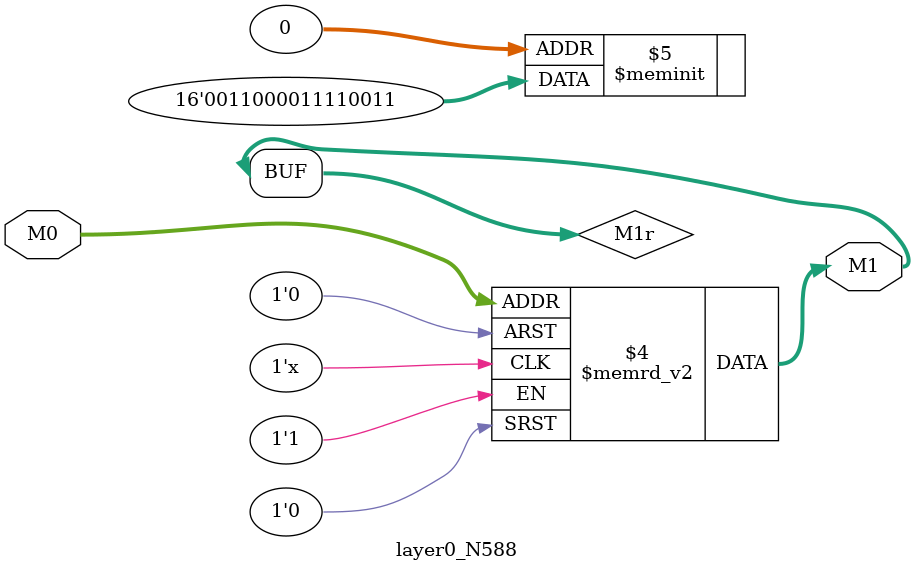
<source format=v>
module layer0_N588 ( input [2:0] M0, output [1:0] M1 );

	(*rom_style = "distributed" *) reg [1:0] M1r;
	assign M1 = M1r;
	always @ (M0) begin
		case (M0)
			3'b000: M1r = 2'b11;
			3'b100: M1r = 2'b00;
			3'b010: M1r = 2'b11;
			3'b110: M1r = 2'b11;
			3'b001: M1r = 2'b00;
			3'b101: M1r = 2'b00;
			3'b011: M1r = 2'b11;
			3'b111: M1r = 2'b00;

		endcase
	end
endmodule

</source>
